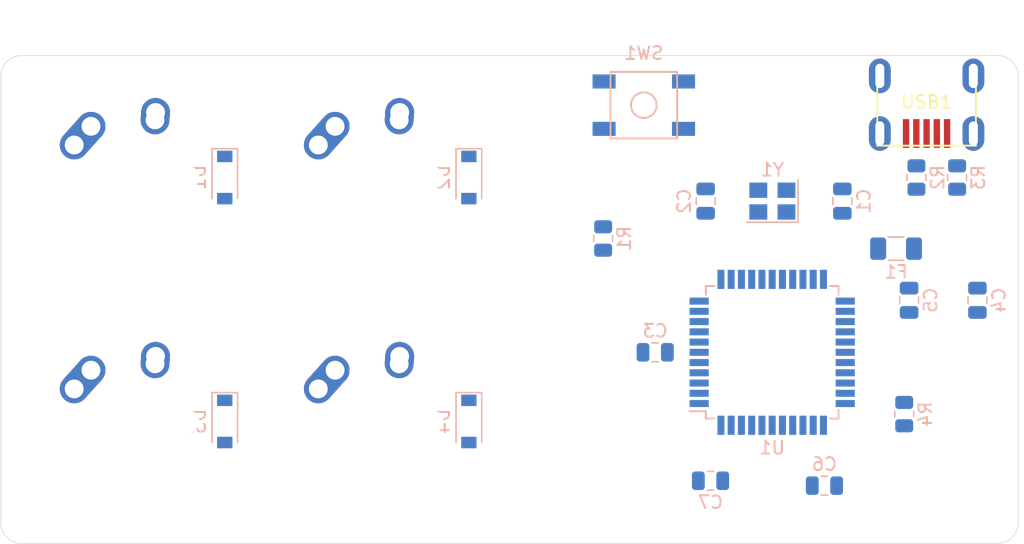
<source format=kicad_pcb>
(kicad_pcb (version 20171130) (host pcbnew "(5.1.10)-1")

  (general
    (thickness 1.6)
    (drawings 8)
    (tracks 0)
    (zones 0)
    (modules 24)
    (nets 49)
  )

  (page A4)
  (layers
    (0 F.Cu signal)
    (31 B.Cu signal)
    (32 B.Adhes user)
    (33 F.Adhes user)
    (34 B.Paste user)
    (35 F.Paste user)
    (36 B.SilkS user)
    (37 F.SilkS user)
    (38 B.Mask user)
    (39 F.Mask user)
    (40 Dwgs.User user)
    (41 Cmts.User user)
    (42 Eco1.User user)
    (43 Eco2.User user)
    (44 Edge.Cuts user)
    (45 Margin user)
    (46 B.CrtYd user)
    (47 F.CrtYd user)
    (48 B.Fab user)
    (49 F.Fab user)
  )

  (setup
    (last_trace_width 0.254)
    (trace_clearance 0.2)
    (zone_clearance 0.508)
    (zone_45_only no)
    (trace_min 0.2)
    (via_size 0.8)
    (via_drill 0.4)
    (via_min_size 0.4)
    (via_min_drill 0.3)
    (uvia_size 0.3)
    (uvia_drill 0.1)
    (uvias_allowed no)
    (uvia_min_size 0.2)
    (uvia_min_drill 0.1)
    (edge_width 0.05)
    (segment_width 0.2)
    (pcb_text_width 0.3)
    (pcb_text_size 1.5 1.5)
    (mod_edge_width 0.12)
    (mod_text_size 1 1)
    (mod_text_width 0.15)
    (pad_size 1.524 1.524)
    (pad_drill 0.762)
    (pad_to_mask_clearance 0)
    (aux_axis_origin 0 0)
    (visible_elements FFFFFF7F)
    (pcbplotparams
      (layerselection 0x010fc_ffffffff)
      (usegerberextensions false)
      (usegerberattributes true)
      (usegerberadvancedattributes true)
      (creategerberjobfile true)
      (excludeedgelayer true)
      (linewidth 0.100000)
      (plotframeref false)
      (viasonmask false)
      (mode 1)
      (useauxorigin false)
      (hpglpennumber 1)
      (hpglpenspeed 20)
      (hpglpendiameter 15.000000)
      (psnegative false)
      (psa4output false)
      (plotreference true)
      (plotvalue true)
      (plotinvisibletext false)
      (padsonsilk false)
      (subtractmaskfromsilk false)
      (outputformat 1)
      (mirror false)
      (drillshape 1)
      (scaleselection 1)
      (outputdirectory ""))
  )

  (net 0 "")
  (net 1 GND)
  (net 2 "Net-(C1-Pad1)")
  (net 3 "Net-(C2-Pad1)")
  (net 4 "Net-(C3-Pad1)")
  (net 5 +5V)
  (net 6 "Net-(D1-Pad2)")
  (net 7 ROW0)
  (net 8 "Net-(D2-Pad2)")
  (net 9 "Net-(D3-Pad2)")
  (net 10 ROW1)
  (net 11 "Net-(D4-Pad2)")
  (net 12 VCC)
  (net 13 COL0)
  (net 14 COL1)
  (net 15 "Net-(R1-Pad2)")
  (net 16 D+)
  (net 17 "Net-(R2-Pad1)")
  (net 18 D-)
  (net 19 "Net-(R3-Pad1)")
  (net 20 "Net-(R4-Pad2)")
  (net 21 "Net-(U1-Pad42)")
  (net 22 "Net-(U1-Pad41)")
  (net 23 "Net-(U1-Pad40)")
  (net 24 "Net-(U1-Pad39)")
  (net 25 "Net-(U1-Pad38)")
  (net 26 "Net-(U1-Pad37)")
  (net 27 "Net-(U1-Pad36)")
  (net 28 "Net-(U1-Pad32)")
  (net 29 "Net-(U1-Pad31)")
  (net 30 "Net-(U1-Pad30)")
  (net 31 "Net-(U1-Pad29)")
  (net 32 "Net-(U1-Pad28)")
  (net 33 "Net-(U1-Pad27)")
  (net 34 "Net-(U1-Pad26)")
  (net 35 "Net-(U1-Pad25)")
  (net 36 "Net-(U1-Pad22)")
  (net 37 "Net-(U1-Pad21)")
  (net 38 "Net-(U1-Pad20)")
  (net 39 "Net-(U1-Pad19)")
  (net 40 "Net-(U1-Pad18)")
  (net 41 "Net-(U1-Pad12)")
  (net 42 "Net-(U1-Pad11)")
  (net 43 "Net-(U1-Pad10)")
  (net 44 "Net-(U1-Pad9)")
  (net 45 "Net-(U1-Pad8)")
  (net 46 "Net-(U1-Pad1)")
  (net 47 "Net-(USB1-Pad6)")
  (net 48 "Net-(USB1-Pad2)")

  (net_class Default "This is the default net class."
    (clearance 0.2)
    (trace_width 0.254)
    (via_dia 0.8)
    (via_drill 0.4)
    (uvia_dia 0.3)
    (uvia_drill 0.1)
    (add_net COL0)
    (add_net COL1)
    (add_net D+)
    (add_net D-)
    (add_net "Net-(C1-Pad1)")
    (add_net "Net-(C2-Pad1)")
    (add_net "Net-(C3-Pad1)")
    (add_net "Net-(D1-Pad2)")
    (add_net "Net-(D2-Pad2)")
    (add_net "Net-(D3-Pad2)")
    (add_net "Net-(D4-Pad2)")
    (add_net "Net-(R1-Pad2)")
    (add_net "Net-(R2-Pad1)")
    (add_net "Net-(R3-Pad1)")
    (add_net "Net-(R4-Pad2)")
    (add_net "Net-(U1-Pad1)")
    (add_net "Net-(U1-Pad10)")
    (add_net "Net-(U1-Pad11)")
    (add_net "Net-(U1-Pad12)")
    (add_net "Net-(U1-Pad18)")
    (add_net "Net-(U1-Pad19)")
    (add_net "Net-(U1-Pad20)")
    (add_net "Net-(U1-Pad21)")
    (add_net "Net-(U1-Pad22)")
    (add_net "Net-(U1-Pad25)")
    (add_net "Net-(U1-Pad26)")
    (add_net "Net-(U1-Pad27)")
    (add_net "Net-(U1-Pad28)")
    (add_net "Net-(U1-Pad29)")
    (add_net "Net-(U1-Pad30)")
    (add_net "Net-(U1-Pad31)")
    (add_net "Net-(U1-Pad32)")
    (add_net "Net-(U1-Pad36)")
    (add_net "Net-(U1-Pad37)")
    (add_net "Net-(U1-Pad38)")
    (add_net "Net-(U1-Pad39)")
    (add_net "Net-(U1-Pad40)")
    (add_net "Net-(U1-Pad41)")
    (add_net "Net-(U1-Pad42)")
    (add_net "Net-(U1-Pad8)")
    (add_net "Net-(U1-Pad9)")
    (add_net "Net-(USB1-Pad2)")
    (add_net "Net-(USB1-Pad6)")
    (add_net ROW0)
    (add_net ROW1)
  )

  (net_class Power ""
    (clearance 0.2)
    (trace_width 0.381)
    (via_dia 0.8)
    (via_drill 0.4)
    (uvia_dia 0.3)
    (uvia_drill 0.1)
    (add_net +5V)
    (add_net GND)
    (add_net VCC)
  )

  (module Crystal:Crystal_SMD_3225-4Pin_3.2x2.5mm (layer B.Cu) (tedit 5A0FD1B2) (tstamp 61A5AD9E)
    (at 91.948 51.054 180)
    (descr "SMD Crystal SERIES SMD3225/4 http://www.txccrystal.com/images/pdf/7m-accuracy.pdf, 3.2x2.5mm^2 package")
    (tags "SMD SMT crystal")
    (path /61A7A964)
    (attr smd)
    (fp_text reference Y1 (at 0 2.45) (layer B.SilkS)
      (effects (font (size 1 1) (thickness 0.15)) (justify mirror))
    )
    (fp_text value 16MHz (at 0 -2.45) (layer B.Fab)
      (effects (font (size 1 1) (thickness 0.15)) (justify mirror))
    )
    (fp_text user %R (at 0 0) (layer B.Fab)
      (effects (font (size 0.7 0.7) (thickness 0.105)) (justify mirror))
    )
    (fp_line (start -1.6 1.25) (end -1.6 -1.25) (layer B.Fab) (width 0.1))
    (fp_line (start -1.6 -1.25) (end 1.6 -1.25) (layer B.Fab) (width 0.1))
    (fp_line (start 1.6 -1.25) (end 1.6 1.25) (layer B.Fab) (width 0.1))
    (fp_line (start 1.6 1.25) (end -1.6 1.25) (layer B.Fab) (width 0.1))
    (fp_line (start -1.6 -0.25) (end -0.6 -1.25) (layer B.Fab) (width 0.1))
    (fp_line (start -2 1.65) (end -2 -1.65) (layer B.SilkS) (width 0.12))
    (fp_line (start -2 -1.65) (end 2 -1.65) (layer B.SilkS) (width 0.12))
    (fp_line (start -2.1 1.7) (end -2.1 -1.7) (layer B.CrtYd) (width 0.05))
    (fp_line (start -2.1 -1.7) (end 2.1 -1.7) (layer B.CrtYd) (width 0.05))
    (fp_line (start 2.1 -1.7) (end 2.1 1.7) (layer B.CrtYd) (width 0.05))
    (fp_line (start 2.1 1.7) (end -2.1 1.7) (layer B.CrtYd) (width 0.05))
    (pad 4 smd rect (at -1.1 0.85 180) (size 1.4 1.2) (layers B.Cu B.Paste B.Mask)
      (net 1 GND))
    (pad 3 smd rect (at 1.1 0.85 180) (size 1.4 1.2) (layers B.Cu B.Paste B.Mask)
      (net 3 "Net-(C2-Pad1)"))
    (pad 2 smd rect (at 1.1 -0.85 180) (size 1.4 1.2) (layers B.Cu B.Paste B.Mask)
      (net 1 GND))
    (pad 1 smd rect (at -1.1 -0.85 180) (size 1.4 1.2) (layers B.Cu B.Paste B.Mask)
      (net 2 "Net-(C1-Pad1)"))
    (model ${KISYS3DMOD}/Crystal.3dshapes/Crystal_SMD_3225-4Pin_3.2x2.5mm.wrl
      (at (xyz 0 0 0))
      (scale (xyz 1 1 1))
      (rotate (xyz 0 0 0))
    )
  )

  (module random-keyboard-parts:Molex-0548190589 (layer F.Cu) (tedit 5C494815) (tstamp 61A5AD8A)
    (at 103.98125 41.275 270)
    (path /61A951FB)
    (attr smd)
    (fp_text reference USB1 (at 2.032 0) (layer F.SilkS)
      (effects (font (size 1 1) (thickness 0.15)))
    )
    (fp_text value Molex-0548190589 (at -5.08 0) (layer Dwgs.User)
      (effects (font (size 1 1) (thickness 0.15)))
    )
    (fp_text user %R (at 2 0) (layer F.CrtYd)
      (effects (font (size 1 1) (thickness 0.15)))
    )
    (fp_line (start -3.75 -3.85) (end -3.75 3.85) (layer Dwgs.User) (width 0.15))
    (fp_line (start -1.75 -4.572) (end -1.75 4.572) (layer Dwgs.User) (width 0.15))
    (fp_line (start -3.75 3.85) (end 0 3.85) (layer Dwgs.User) (width 0.15))
    (fp_line (start -3.75 -3.85) (end 0 -3.85) (layer Dwgs.User) (width 0.15))
    (fp_line (start 5.45 -3.85) (end 5.45 3.85) (layer F.SilkS) (width 0.15))
    (fp_line (start 0 3.85) (end 5.45 3.85) (layer F.SilkS) (width 0.15))
    (fp_line (start 0 -3.85) (end 5.45 -3.85) (layer F.SilkS) (width 0.15))
    (fp_line (start -3.75 -3.75) (end 5.5 -3.75) (layer F.CrtYd) (width 0.15))
    (fp_line (start 5.5 -3.75) (end 5.5 3.75) (layer F.CrtYd) (width 0.15))
    (fp_line (start 5.5 3.75) (end -3.75 3.75) (layer F.CrtYd) (width 0.15))
    (fp_line (start -3.75 3.75) (end -3.75 -3.75) (layer F.CrtYd) (width 0.15))
    (fp_line (start 5.5 -2) (end 3.25 -2) (layer F.CrtYd) (width 0.15))
    (fp_line (start 3.25 -2) (end 3.25 2) (layer F.CrtYd) (width 0.15))
    (fp_line (start 3.25 2) (end 5.5 2) (layer F.CrtYd) (width 0.15))
    (fp_line (start 5.5 1.25) (end 3.25 1.25) (layer F.CrtYd) (width 0.15))
    (fp_line (start 3.25 0.5) (end 5.5 0.5) (layer F.CrtYd) (width 0.15))
    (fp_line (start 5.5 -0.5) (end 3.25 -0.5) (layer F.CrtYd) (width 0.15))
    (fp_line (start 3.25 -1.25) (end 5.5 -1.25) (layer F.CrtYd) (width 0.15))
    (pad 6 thru_hole oval (at 0 -3.65 270) (size 2.7 1.7) (drill oval 1.9 0.7) (layers *.Cu *.Mask)
      (net 47 "Net-(USB1-Pad6)"))
    (pad 6 thru_hole oval (at 0 3.65 270) (size 2.7 1.7) (drill oval 1.9 0.7) (layers *.Cu *.Mask)
      (net 47 "Net-(USB1-Pad6)"))
    (pad 6 thru_hole oval (at 4.5 3.65 270) (size 2.7 1.7) (drill oval 1.9 0.7) (layers *.Cu *.Mask)
      (net 47 "Net-(USB1-Pad6)"))
    (pad 6 thru_hole oval (at 4.5 -3.65 270) (size 2.7 1.7) (drill oval 1.9 0.7) (layers *.Cu *.Mask)
      (net 47 "Net-(USB1-Pad6)"))
    (pad 5 smd rect (at 4.5 -1.6 270) (size 2.25 0.5) (layers F.Cu F.Paste F.Mask)
      (net 12 VCC))
    (pad 4 smd rect (at 4.5 -0.8 270) (size 2.25 0.5) (layers F.Cu F.Paste F.Mask)
      (net 18 D-))
    (pad 3 smd rect (at 4.5 0 270) (size 2.25 0.5) (layers F.Cu F.Paste F.Mask)
      (net 16 D+))
    (pad 2 smd rect (at 4.5 0.8 270) (size 2.25 0.5) (layers F.Cu F.Paste F.Mask)
      (net 48 "Net-(USB1-Pad2)"))
    (pad 1 smd rect (at 4.5 1.6 270) (size 2.25 0.5) (layers F.Cu F.Paste F.Mask)
      (net 1 GND))
  )

  (module Package_QFP:TQFP-44_10x10mm_P0.8mm (layer B.Cu) (tedit 5A02F146) (tstamp 61A5B689)
    (at 91.933 62.865)
    (descr "44-Lead Plastic Thin Quad Flatpack (PT) - 10x10x1.0 mm Body [TQFP] (see Microchip Packaging Specification 00000049BS.pdf)")
    (tags "QFP 0.8")
    (path /61A540A5)
    (attr smd)
    (fp_text reference U1 (at 0 7.45) (layer B.SilkS)
      (effects (font (size 1 1) (thickness 0.15)) (justify mirror))
    )
    (fp_text value ATmega32U4-AU (at 0 -7.45) (layer B.Fab)
      (effects (font (size 1 1) (thickness 0.15)) (justify mirror))
    )
    (fp_text user %R (at 0 0) (layer B.Fab)
      (effects (font (size 1 1) (thickness 0.15)) (justify mirror))
    )
    (fp_line (start -4 5) (end 5 5) (layer B.Fab) (width 0.15))
    (fp_line (start 5 5) (end 5 -5) (layer B.Fab) (width 0.15))
    (fp_line (start 5 -5) (end -5 -5) (layer B.Fab) (width 0.15))
    (fp_line (start -5 -5) (end -5 4) (layer B.Fab) (width 0.15))
    (fp_line (start -5 4) (end -4 5) (layer B.Fab) (width 0.15))
    (fp_line (start -6.7 6.7) (end -6.7 -6.7) (layer B.CrtYd) (width 0.05))
    (fp_line (start 6.7 6.7) (end 6.7 -6.7) (layer B.CrtYd) (width 0.05))
    (fp_line (start -6.7 6.7) (end 6.7 6.7) (layer B.CrtYd) (width 0.05))
    (fp_line (start -6.7 -6.7) (end 6.7 -6.7) (layer B.CrtYd) (width 0.05))
    (fp_line (start -5.175 5.175) (end -5.175 4.6) (layer B.SilkS) (width 0.15))
    (fp_line (start 5.175 5.175) (end 5.175 4.5) (layer B.SilkS) (width 0.15))
    (fp_line (start 5.175 -5.175) (end 5.175 -4.5) (layer B.SilkS) (width 0.15))
    (fp_line (start -5.175 -5.175) (end -5.175 -4.5) (layer B.SilkS) (width 0.15))
    (fp_line (start -5.175 5.175) (end -4.5 5.175) (layer B.SilkS) (width 0.15))
    (fp_line (start -5.175 -5.175) (end -4.5 -5.175) (layer B.SilkS) (width 0.15))
    (fp_line (start 5.175 -5.175) (end 4.5 -5.175) (layer B.SilkS) (width 0.15))
    (fp_line (start 5.175 5.175) (end 4.5 5.175) (layer B.SilkS) (width 0.15))
    (fp_line (start -5.175 4.6) (end -6.45 4.6) (layer B.SilkS) (width 0.15))
    (pad 44 smd rect (at -4 5.7 270) (size 1.5 0.55) (layers B.Cu B.Paste B.Mask)
      (net 5 +5V))
    (pad 43 smd rect (at -3.2 5.7 270) (size 1.5 0.55) (layers B.Cu B.Paste B.Mask)
      (net 1 GND))
    (pad 42 smd rect (at -2.4 5.7 270) (size 1.5 0.55) (layers B.Cu B.Paste B.Mask)
      (net 21 "Net-(U1-Pad42)"))
    (pad 41 smd rect (at -1.6 5.7 270) (size 1.5 0.55) (layers B.Cu B.Paste B.Mask)
      (net 22 "Net-(U1-Pad41)"))
    (pad 40 smd rect (at -0.8 5.7 270) (size 1.5 0.55) (layers B.Cu B.Paste B.Mask)
      (net 23 "Net-(U1-Pad40)"))
    (pad 39 smd rect (at 0 5.7 270) (size 1.5 0.55) (layers B.Cu B.Paste B.Mask)
      (net 24 "Net-(U1-Pad39)"))
    (pad 38 smd rect (at 0.8 5.7 270) (size 1.5 0.55) (layers B.Cu B.Paste B.Mask)
      (net 25 "Net-(U1-Pad38)"))
    (pad 37 smd rect (at 1.6 5.7 270) (size 1.5 0.55) (layers B.Cu B.Paste B.Mask)
      (net 26 "Net-(U1-Pad37)"))
    (pad 36 smd rect (at 2.4 5.7 270) (size 1.5 0.55) (layers B.Cu B.Paste B.Mask)
      (net 27 "Net-(U1-Pad36)"))
    (pad 35 smd rect (at 3.2 5.7 270) (size 1.5 0.55) (layers B.Cu B.Paste B.Mask)
      (net 1 GND))
    (pad 34 smd rect (at 4 5.7 270) (size 1.5 0.55) (layers B.Cu B.Paste B.Mask)
      (net 5 +5V))
    (pad 33 smd rect (at 5.7 4) (size 1.5 0.55) (layers B.Cu B.Paste B.Mask)
      (net 20 "Net-(R4-Pad2)"))
    (pad 32 smd rect (at 5.7 3.2) (size 1.5 0.55) (layers B.Cu B.Paste B.Mask)
      (net 28 "Net-(U1-Pad32)"))
    (pad 31 smd rect (at 5.7 2.4) (size 1.5 0.55) (layers B.Cu B.Paste B.Mask)
      (net 29 "Net-(U1-Pad31)"))
    (pad 30 smd rect (at 5.7 1.6) (size 1.5 0.55) (layers B.Cu B.Paste B.Mask)
      (net 30 "Net-(U1-Pad30)"))
    (pad 29 smd rect (at 5.7 0.8) (size 1.5 0.55) (layers B.Cu B.Paste B.Mask)
      (net 31 "Net-(U1-Pad29)"))
    (pad 28 smd rect (at 5.7 0) (size 1.5 0.55) (layers B.Cu B.Paste B.Mask)
      (net 32 "Net-(U1-Pad28)"))
    (pad 27 smd rect (at 5.7 -0.8) (size 1.5 0.55) (layers B.Cu B.Paste B.Mask)
      (net 33 "Net-(U1-Pad27)"))
    (pad 26 smd rect (at 5.7 -1.6) (size 1.5 0.55) (layers B.Cu B.Paste B.Mask)
      (net 34 "Net-(U1-Pad26)"))
    (pad 25 smd rect (at 5.7 -2.4) (size 1.5 0.55) (layers B.Cu B.Paste B.Mask)
      (net 35 "Net-(U1-Pad25)"))
    (pad 24 smd rect (at 5.7 -3.2) (size 1.5 0.55) (layers B.Cu B.Paste B.Mask)
      (net 5 +5V))
    (pad 23 smd rect (at 5.7 -4) (size 1.5 0.55) (layers B.Cu B.Paste B.Mask)
      (net 1 GND))
    (pad 22 smd rect (at 4 -5.7 270) (size 1.5 0.55) (layers B.Cu B.Paste B.Mask)
      (net 36 "Net-(U1-Pad22)"))
    (pad 21 smd rect (at 3.2 -5.7 270) (size 1.5 0.55) (layers B.Cu B.Paste B.Mask)
      (net 37 "Net-(U1-Pad21)"))
    (pad 20 smd rect (at 2.4 -5.7 270) (size 1.5 0.55) (layers B.Cu B.Paste B.Mask)
      (net 38 "Net-(U1-Pad20)"))
    (pad 19 smd rect (at 1.6 -5.7 270) (size 1.5 0.55) (layers B.Cu B.Paste B.Mask)
      (net 39 "Net-(U1-Pad19)"))
    (pad 18 smd rect (at 0.8 -5.7 270) (size 1.5 0.55) (layers B.Cu B.Paste B.Mask)
      (net 40 "Net-(U1-Pad18)"))
    (pad 17 smd rect (at 0 -5.7 270) (size 1.5 0.55) (layers B.Cu B.Paste B.Mask)
      (net 2 "Net-(C1-Pad1)"))
    (pad 16 smd rect (at -0.8 -5.7 270) (size 1.5 0.55) (layers B.Cu B.Paste B.Mask)
      (net 3 "Net-(C2-Pad1)"))
    (pad 15 smd rect (at -1.6 -5.7 270) (size 1.5 0.55) (layers B.Cu B.Paste B.Mask)
      (net 1 GND))
    (pad 14 smd rect (at -2.4 -5.7 270) (size 1.5 0.55) (layers B.Cu B.Paste B.Mask)
      (net 5 +5V))
    (pad 13 smd rect (at -3.2 -5.7 270) (size 1.5 0.55) (layers B.Cu B.Paste B.Mask)
      (net 15 "Net-(R1-Pad2)"))
    (pad 12 smd rect (at -4 -5.7 270) (size 1.5 0.55) (layers B.Cu B.Paste B.Mask)
      (net 41 "Net-(U1-Pad12)"))
    (pad 11 smd rect (at -5.7 -4) (size 1.5 0.55) (layers B.Cu B.Paste B.Mask)
      (net 42 "Net-(U1-Pad11)"))
    (pad 10 smd rect (at -5.7 -3.2) (size 1.5 0.55) (layers B.Cu B.Paste B.Mask)
      (net 43 "Net-(U1-Pad10)"))
    (pad 9 smd rect (at -5.7 -2.4) (size 1.5 0.55) (layers B.Cu B.Paste B.Mask)
      (net 44 "Net-(U1-Pad9)"))
    (pad 8 smd rect (at -5.7 -1.6) (size 1.5 0.55) (layers B.Cu B.Paste B.Mask)
      (net 45 "Net-(U1-Pad8)"))
    (pad 7 smd rect (at -5.7 -0.8) (size 1.5 0.55) (layers B.Cu B.Paste B.Mask)
      (net 5 +5V))
    (pad 6 smd rect (at -5.7 0) (size 1.5 0.55) (layers B.Cu B.Paste B.Mask)
      (net 4 "Net-(C3-Pad1)"))
    (pad 5 smd rect (at -5.7 0.8) (size 1.5 0.55) (layers B.Cu B.Paste B.Mask)
      (net 1 GND))
    (pad 4 smd rect (at -5.7 1.6) (size 1.5 0.55) (layers B.Cu B.Paste B.Mask)
      (net 17 "Net-(R2-Pad1)"))
    (pad 3 smd rect (at -5.7 2.4) (size 1.5 0.55) (layers B.Cu B.Paste B.Mask)
      (net 19 "Net-(R3-Pad1)"))
    (pad 2 smd rect (at -5.7 3.2) (size 1.5 0.55) (layers B.Cu B.Paste B.Mask)
      (net 5 +5V))
    (pad 1 smd rect (at -5.7 4) (size 1.5 0.55) (layers B.Cu B.Paste B.Mask)
      (net 46 "Net-(U1-Pad1)"))
    (model ${KISYS3DMOD}/Package_QFP.3dshapes/TQFP-44_10x10mm_P0.8mm.wrl
      (at (xyz 0 0 0))
      (scale (xyz 1 1 1))
      (rotate (xyz 0 0 0))
    )
  )

  (module random-keyboard-parts:SKQG-1155865 (layer B.Cu) (tedit 5E62B398) (tstamp 61A5AD27)
    (at 81.915 43.561)
    (path /61A85FF0)
    (attr smd)
    (fp_text reference SW1 (at 0 -4.064 180) (layer B.SilkS)
      (effects (font (size 1 1) (thickness 0.15)) (justify mirror))
    )
    (fp_text value SW_Push (at 0 4.064 180) (layer B.Fab)
      (effects (font (size 1 1) (thickness 0.15)) (justify mirror))
    )
    (fp_line (start -2.6 -1.1) (end -1.1 -2.6) (layer B.Fab) (width 0.15))
    (fp_line (start 2.6 -1.1) (end 1.1 -2.6) (layer B.Fab) (width 0.15))
    (fp_line (start 2.6 1.1) (end 1.1 2.6) (layer B.Fab) (width 0.15))
    (fp_line (start -2.6 1.1) (end -1.1 2.6) (layer B.Fab) (width 0.15))
    (fp_circle (center 0 0) (end 1 0) (layer B.Fab) (width 0.15))
    (fp_line (start -4.2 1.1) (end -4.2 2.6) (layer B.Fab) (width 0.15))
    (fp_line (start -2.6 1.1) (end -4.2 1.1) (layer B.Fab) (width 0.15))
    (fp_line (start -2.6 -1.1) (end -2.6 1.1) (layer B.Fab) (width 0.15))
    (fp_line (start -4.2 -1.1) (end -2.6 -1.1) (layer B.Fab) (width 0.15))
    (fp_line (start -4.2 -2.6) (end -4.2 -1.1) (layer B.Fab) (width 0.15))
    (fp_line (start 4.2 -2.6) (end -4.2 -2.6) (layer B.Fab) (width 0.15))
    (fp_line (start 4.2 -1.1) (end 4.2 -2.6) (layer B.Fab) (width 0.15))
    (fp_line (start 2.6 -1.1) (end 4.2 -1.1) (layer B.Fab) (width 0.15))
    (fp_line (start 2.6 1.1) (end 2.6 -1.1) (layer B.Fab) (width 0.15))
    (fp_line (start 4.2 1.1) (end 2.6 1.1) (layer B.Fab) (width 0.15))
    (fp_line (start 4.2 2.6) (end 4.2 1.2) (layer B.Fab) (width 0.15))
    (fp_line (start -4.2 2.6) (end 4.2 2.6) (layer B.Fab) (width 0.15))
    (fp_circle (center 0 0) (end 1 0) (layer B.SilkS) (width 0.15))
    (fp_line (start -2.6 -2.6) (end -2.6 2.6) (layer B.SilkS) (width 0.15))
    (fp_line (start 2.6 -2.6) (end -2.6 -2.6) (layer B.SilkS) (width 0.15))
    (fp_line (start 2.6 2.6) (end 2.6 -2.6) (layer B.SilkS) (width 0.15))
    (fp_line (start -2.6 2.6) (end 2.6 2.6) (layer B.SilkS) (width 0.15))
    (pad 4 smd rect (at -3.1 -1.85) (size 1.8 1.1) (layers B.Cu B.Paste B.Mask))
    (pad 3 smd rect (at 3.1 1.85) (size 1.8 1.1) (layers B.Cu B.Paste B.Mask))
    (pad 2 smd rect (at -3.1 1.85) (size 1.8 1.1) (layers B.Cu B.Paste B.Mask)
      (net 15 "Net-(R1-Pad2)"))
    (pad 1 smd rect (at 3.1 -1.85) (size 1.8 1.1) (layers B.Cu B.Paste B.Mask)
      (net 1 GND))
    (model ${KISYS3DMOD}/Button_Switch_SMD.3dshapes/SW_SPST_TL3342.step
      (at (xyz 0 0 0))
      (scale (xyz 1 1 1))
      (rotate (xyz 0 0 0))
    )
  )

  (module Resistor_SMD:R_0805_2012Metric (layer B.Cu) (tedit 5F68FEEE) (tstamp 61A5AD09)
    (at 102.235 67.691 90)
    (descr "Resistor SMD 0805 (2012 Metric), square (rectangular) end terminal, IPC_7351 nominal, (Body size source: IPC-SM-782 page 72, https://www.pcb-3d.com/wordpress/wp-content/uploads/ipc-sm-782a_amendment_1_and_2.pdf), generated with kicad-footprint-generator")
    (tags resistor)
    (path /61A59E89)
    (attr smd)
    (fp_text reference R4 (at 0 1.65 90) (layer B.SilkS)
      (effects (font (size 1 1) (thickness 0.15)) (justify mirror))
    )
    (fp_text value 10k (at 0 -1.65 90) (layer B.Fab)
      (effects (font (size 1 1) (thickness 0.15)) (justify mirror))
    )
    (fp_text user %R (at 0 0 90) (layer B.Fab)
      (effects (font (size 0.5 0.5) (thickness 0.08)) (justify mirror))
    )
    (fp_line (start -1 -0.625) (end -1 0.625) (layer B.Fab) (width 0.1))
    (fp_line (start -1 0.625) (end 1 0.625) (layer B.Fab) (width 0.1))
    (fp_line (start 1 0.625) (end 1 -0.625) (layer B.Fab) (width 0.1))
    (fp_line (start 1 -0.625) (end -1 -0.625) (layer B.Fab) (width 0.1))
    (fp_line (start -0.227064 0.735) (end 0.227064 0.735) (layer B.SilkS) (width 0.12))
    (fp_line (start -0.227064 -0.735) (end 0.227064 -0.735) (layer B.SilkS) (width 0.12))
    (fp_line (start -1.68 -0.95) (end -1.68 0.95) (layer B.CrtYd) (width 0.05))
    (fp_line (start -1.68 0.95) (end 1.68 0.95) (layer B.CrtYd) (width 0.05))
    (fp_line (start 1.68 0.95) (end 1.68 -0.95) (layer B.CrtYd) (width 0.05))
    (fp_line (start 1.68 -0.95) (end -1.68 -0.95) (layer B.CrtYd) (width 0.05))
    (pad 2 smd roundrect (at 0.9125 0 90) (size 1.025 1.4) (layers B.Cu B.Paste B.Mask) (roundrect_rratio 0.243902)
      (net 20 "Net-(R4-Pad2)"))
    (pad 1 smd roundrect (at -0.9125 0 90) (size 1.025 1.4) (layers B.Cu B.Paste B.Mask) (roundrect_rratio 0.243902)
      (net 1 GND))
    (model ${KISYS3DMOD}/Resistor_SMD.3dshapes/R_0805_2012Metric.wrl
      (at (xyz 0 0 0))
      (scale (xyz 1 1 1))
      (rotate (xyz 0 0 0))
    )
  )

  (module Resistor_SMD:R_0805_2012Metric (layer B.Cu) (tedit 5F68FEEE) (tstamp 61A5ACF8)
    (at 106.3625 49.2125 90)
    (descr "Resistor SMD 0805 (2012 Metric), square (rectangular) end terminal, IPC_7351 nominal, (Body size source: IPC-SM-782 page 72, https://www.pcb-3d.com/wordpress/wp-content/uploads/ipc-sm-782a_amendment_1_and_2.pdf), generated with kicad-footprint-generator")
    (tags resistor)
    (path /61A5F1CF)
    (attr smd)
    (fp_text reference R3 (at 0 1.65 90) (layer B.SilkS)
      (effects (font (size 1 1) (thickness 0.15)) (justify mirror))
    )
    (fp_text value 22 (at 0 -1.65 90) (layer B.Fab)
      (effects (font (size 1 1) (thickness 0.15)) (justify mirror))
    )
    (fp_text user %R (at 0 0 90) (layer B.Fab)
      (effects (font (size 0.5 0.5) (thickness 0.08)) (justify mirror))
    )
    (fp_line (start -1 -0.625) (end -1 0.625) (layer B.Fab) (width 0.1))
    (fp_line (start -1 0.625) (end 1 0.625) (layer B.Fab) (width 0.1))
    (fp_line (start 1 0.625) (end 1 -0.625) (layer B.Fab) (width 0.1))
    (fp_line (start 1 -0.625) (end -1 -0.625) (layer B.Fab) (width 0.1))
    (fp_line (start -0.227064 0.735) (end 0.227064 0.735) (layer B.SilkS) (width 0.12))
    (fp_line (start -0.227064 -0.735) (end 0.227064 -0.735) (layer B.SilkS) (width 0.12))
    (fp_line (start -1.68 -0.95) (end -1.68 0.95) (layer B.CrtYd) (width 0.05))
    (fp_line (start -1.68 0.95) (end 1.68 0.95) (layer B.CrtYd) (width 0.05))
    (fp_line (start 1.68 0.95) (end 1.68 -0.95) (layer B.CrtYd) (width 0.05))
    (fp_line (start 1.68 -0.95) (end -1.68 -0.95) (layer B.CrtYd) (width 0.05))
    (pad 2 smd roundrect (at 0.9125 0 90) (size 1.025 1.4) (layers B.Cu B.Paste B.Mask) (roundrect_rratio 0.243902)
      (net 18 D-))
    (pad 1 smd roundrect (at -0.9125 0 90) (size 1.025 1.4) (layers B.Cu B.Paste B.Mask) (roundrect_rratio 0.243902)
      (net 19 "Net-(R3-Pad1)"))
    (model ${KISYS3DMOD}/Resistor_SMD.3dshapes/R_0805_2012Metric.wrl
      (at (xyz 0 0 0))
      (scale (xyz 1 1 1))
      (rotate (xyz 0 0 0))
    )
  )

  (module Resistor_SMD:R_0805_2012Metric (layer B.Cu) (tedit 5F68FEEE) (tstamp 61A5ACE7)
    (at 103.1875 49.2125 90)
    (descr "Resistor SMD 0805 (2012 Metric), square (rectangular) end terminal, IPC_7351 nominal, (Body size source: IPC-SM-782 page 72, https://www.pcb-3d.com/wordpress/wp-content/uploads/ipc-sm-782a_amendment_1_and_2.pdf), generated with kicad-footprint-generator")
    (tags resistor)
    (path /61A5E51B)
    (attr smd)
    (fp_text reference R2 (at 0 1.65 90) (layer B.SilkS)
      (effects (font (size 1 1) (thickness 0.15)) (justify mirror))
    )
    (fp_text value 22 (at 0 -1.65 90) (layer B.Fab)
      (effects (font (size 1 1) (thickness 0.15)) (justify mirror))
    )
    (fp_text user %R (at 0 0 90) (layer B.Fab)
      (effects (font (size 0.5 0.5) (thickness 0.08)) (justify mirror))
    )
    (fp_line (start -1 -0.625) (end -1 0.625) (layer B.Fab) (width 0.1))
    (fp_line (start -1 0.625) (end 1 0.625) (layer B.Fab) (width 0.1))
    (fp_line (start 1 0.625) (end 1 -0.625) (layer B.Fab) (width 0.1))
    (fp_line (start 1 -0.625) (end -1 -0.625) (layer B.Fab) (width 0.1))
    (fp_line (start -0.227064 0.735) (end 0.227064 0.735) (layer B.SilkS) (width 0.12))
    (fp_line (start -0.227064 -0.735) (end 0.227064 -0.735) (layer B.SilkS) (width 0.12))
    (fp_line (start -1.68 -0.95) (end -1.68 0.95) (layer B.CrtYd) (width 0.05))
    (fp_line (start -1.68 0.95) (end 1.68 0.95) (layer B.CrtYd) (width 0.05))
    (fp_line (start 1.68 0.95) (end 1.68 -0.95) (layer B.CrtYd) (width 0.05))
    (fp_line (start 1.68 -0.95) (end -1.68 -0.95) (layer B.CrtYd) (width 0.05))
    (pad 2 smd roundrect (at 0.9125 0 90) (size 1.025 1.4) (layers B.Cu B.Paste B.Mask) (roundrect_rratio 0.243902)
      (net 16 D+))
    (pad 1 smd roundrect (at -0.9125 0 90) (size 1.025 1.4) (layers B.Cu B.Paste B.Mask) (roundrect_rratio 0.243902)
      (net 17 "Net-(R2-Pad1)"))
    (model ${KISYS3DMOD}/Resistor_SMD.3dshapes/R_0805_2012Metric.wrl
      (at (xyz 0 0 0))
      (scale (xyz 1 1 1))
      (rotate (xyz 0 0 0))
    )
  )

  (module Resistor_SMD:R_0805_2012Metric (layer B.Cu) (tedit 5F68FEEE) (tstamp 61A5ACD6)
    (at 78.74 53.975 90)
    (descr "Resistor SMD 0805 (2012 Metric), square (rectangular) end terminal, IPC_7351 nominal, (Body size source: IPC-SM-782 page 72, https://www.pcb-3d.com/wordpress/wp-content/uploads/ipc-sm-782a_amendment_1_and_2.pdf), generated with kicad-footprint-generator")
    (tags resistor)
    (path /61A8C499)
    (attr smd)
    (fp_text reference R1 (at 0 1.65 90) (layer B.SilkS)
      (effects (font (size 1 1) (thickness 0.15)) (justify mirror))
    )
    (fp_text value 10k (at 0 -1.65 90) (layer B.Fab)
      (effects (font (size 1 1) (thickness 0.15)) (justify mirror))
    )
    (fp_text user %R (at 0 0 90) (layer B.Fab)
      (effects (font (size 0.5 0.5) (thickness 0.08)) (justify mirror))
    )
    (fp_line (start -1 -0.625) (end -1 0.625) (layer B.Fab) (width 0.1))
    (fp_line (start -1 0.625) (end 1 0.625) (layer B.Fab) (width 0.1))
    (fp_line (start 1 0.625) (end 1 -0.625) (layer B.Fab) (width 0.1))
    (fp_line (start 1 -0.625) (end -1 -0.625) (layer B.Fab) (width 0.1))
    (fp_line (start -0.227064 0.735) (end 0.227064 0.735) (layer B.SilkS) (width 0.12))
    (fp_line (start -0.227064 -0.735) (end 0.227064 -0.735) (layer B.SilkS) (width 0.12))
    (fp_line (start -1.68 -0.95) (end -1.68 0.95) (layer B.CrtYd) (width 0.05))
    (fp_line (start -1.68 0.95) (end 1.68 0.95) (layer B.CrtYd) (width 0.05))
    (fp_line (start 1.68 0.95) (end 1.68 -0.95) (layer B.CrtYd) (width 0.05))
    (fp_line (start 1.68 -0.95) (end -1.68 -0.95) (layer B.CrtYd) (width 0.05))
    (pad 2 smd roundrect (at 0.9125 0 90) (size 1.025 1.4) (layers B.Cu B.Paste B.Mask) (roundrect_rratio 0.243902)
      (net 15 "Net-(R1-Pad2)"))
    (pad 1 smd roundrect (at -0.9125 0 90) (size 1.025 1.4) (layers B.Cu B.Paste B.Mask) (roundrect_rratio 0.243902)
      (net 5 +5V))
    (model ${KISYS3DMOD}/Resistor_SMD.3dshapes/R_0805_2012Metric.wrl
      (at (xyz 0 0 0))
      (scale (xyz 1 1 1))
      (rotate (xyz 0 0 0))
    )
  )

  (module MX_Alps_Hybrid:MX-1U-NoLED (layer F.Cu) (tedit 5A9F5203) (tstamp 61A5ACC5)
    (at 60.325 68.2625)
    (path /61ABD4A1)
    (fp_text reference MX4 (at 0 3.175) (layer Dwgs.User)
      (effects (font (size 1 1) (thickness 0.15)))
    )
    (fp_text value MX-NoLED (at 0 -7.9375) (layer Dwgs.User)
      (effects (font (size 1 1) (thickness 0.15)))
    )
    (fp_line (start 5 -7) (end 7 -7) (layer Dwgs.User) (width 0.15))
    (fp_line (start 7 -7) (end 7 -5) (layer Dwgs.User) (width 0.15))
    (fp_line (start 5 7) (end 7 7) (layer Dwgs.User) (width 0.15))
    (fp_line (start 7 7) (end 7 5) (layer Dwgs.User) (width 0.15))
    (fp_line (start -7 5) (end -7 7) (layer Dwgs.User) (width 0.15))
    (fp_line (start -7 7) (end -5 7) (layer Dwgs.User) (width 0.15))
    (fp_line (start -5 -7) (end -7 -7) (layer Dwgs.User) (width 0.15))
    (fp_line (start -7 -7) (end -7 -5) (layer Dwgs.User) (width 0.15))
    (fp_line (start -9.525 -9.525) (end 9.525 -9.525) (layer Dwgs.User) (width 0.15))
    (fp_line (start 9.525 -9.525) (end 9.525 9.525) (layer Dwgs.User) (width 0.15))
    (fp_line (start 9.525 9.525) (end -9.525 9.525) (layer Dwgs.User) (width 0.15))
    (fp_line (start -9.525 9.525) (end -9.525 -9.525) (layer Dwgs.User) (width 0.15))
    (pad "" np_thru_hole circle (at 5.08 0 48.0996) (size 1.75 1.75) (drill 1.75) (layers *.Cu *.Mask))
    (pad "" np_thru_hole circle (at -5.08 0 48.0996) (size 1.75 1.75) (drill 1.75) (layers *.Cu *.Mask))
    (pad 1 thru_hole circle (at -2.5 -4) (size 2.25 2.25) (drill 1.47) (layers *.Cu B.Mask)
      (net 14 COL1))
    (pad "" np_thru_hole circle (at 0 0) (size 3.9878 3.9878) (drill 3.9878) (layers *.Cu *.Mask))
    (pad 1 thru_hole oval (at -3.81 -2.54 48.0996) (size 4.211556 2.25) (drill 1.47 (offset 0.980778 0)) (layers *.Cu B.Mask)
      (net 14 COL1))
    (pad 2 thru_hole circle (at 2.54 -5.08) (size 2.25 2.25) (drill 1.47) (layers *.Cu B.Mask)
      (net 11 "Net-(D4-Pad2)"))
    (pad 2 thru_hole oval (at 2.5 -4.5 86.0548) (size 2.831378 2.25) (drill 1.47 (offset 0.290689 0)) (layers *.Cu B.Mask)
      (net 11 "Net-(D4-Pad2)"))
  )

  (module MX_Alps_Hybrid:MX-1U-NoLED (layer F.Cu) (tedit 5A9F5203) (tstamp 61A5ACAE)
    (at 41.275 68.2625)
    (path /61ABD48C)
    (fp_text reference MX3 (at 0 3.175) (layer Dwgs.User)
      (effects (font (size 1 1) (thickness 0.15)))
    )
    (fp_text value MX-NoLED (at 0 -7.9375) (layer Dwgs.User)
      (effects (font (size 1 1) (thickness 0.15)))
    )
    (fp_line (start 5 -7) (end 7 -7) (layer Dwgs.User) (width 0.15))
    (fp_line (start 7 -7) (end 7 -5) (layer Dwgs.User) (width 0.15))
    (fp_line (start 5 7) (end 7 7) (layer Dwgs.User) (width 0.15))
    (fp_line (start 7 7) (end 7 5) (layer Dwgs.User) (width 0.15))
    (fp_line (start -7 5) (end -7 7) (layer Dwgs.User) (width 0.15))
    (fp_line (start -7 7) (end -5 7) (layer Dwgs.User) (width 0.15))
    (fp_line (start -5 -7) (end -7 -7) (layer Dwgs.User) (width 0.15))
    (fp_line (start -7 -7) (end -7 -5) (layer Dwgs.User) (width 0.15))
    (fp_line (start -9.525 -9.525) (end 9.525 -9.525) (layer Dwgs.User) (width 0.15))
    (fp_line (start 9.525 -9.525) (end 9.525 9.525) (layer Dwgs.User) (width 0.15))
    (fp_line (start 9.525 9.525) (end -9.525 9.525) (layer Dwgs.User) (width 0.15))
    (fp_line (start -9.525 9.525) (end -9.525 -9.525) (layer Dwgs.User) (width 0.15))
    (pad "" np_thru_hole circle (at 5.08 0 48.0996) (size 1.75 1.75) (drill 1.75) (layers *.Cu *.Mask))
    (pad "" np_thru_hole circle (at -5.08 0 48.0996) (size 1.75 1.75) (drill 1.75) (layers *.Cu *.Mask))
    (pad 1 thru_hole circle (at -2.5 -4) (size 2.25 2.25) (drill 1.47) (layers *.Cu B.Mask)
      (net 13 COL0))
    (pad "" np_thru_hole circle (at 0 0) (size 3.9878 3.9878) (drill 3.9878) (layers *.Cu *.Mask))
    (pad 1 thru_hole oval (at -3.81 -2.54 48.0996) (size 4.211556 2.25) (drill 1.47 (offset 0.980778 0)) (layers *.Cu B.Mask)
      (net 13 COL0))
    (pad 2 thru_hole circle (at 2.54 -5.08) (size 2.25 2.25) (drill 1.47) (layers *.Cu B.Mask)
      (net 9 "Net-(D3-Pad2)"))
    (pad 2 thru_hole oval (at 2.5 -4.5 86.0548) (size 2.831378 2.25) (drill 1.47 (offset 0.290689 0)) (layers *.Cu B.Mask)
      (net 9 "Net-(D3-Pad2)"))
  )

  (module MX_Alps_Hybrid:MX-1U-NoLED (layer F.Cu) (tedit 5A9F5203) (tstamp 61A5AC97)
    (at 60.325 49.2125)
    (path /61AB36CC)
    (fp_text reference MX2 (at 0 3.175) (layer Dwgs.User)
      (effects (font (size 1 1) (thickness 0.15)))
    )
    (fp_text value MX-NoLED (at 0 -7.9375) (layer Dwgs.User)
      (effects (font (size 1 1) (thickness 0.15)))
    )
    (fp_line (start 5 -7) (end 7 -7) (layer Dwgs.User) (width 0.15))
    (fp_line (start 7 -7) (end 7 -5) (layer Dwgs.User) (width 0.15))
    (fp_line (start 5 7) (end 7 7) (layer Dwgs.User) (width 0.15))
    (fp_line (start 7 7) (end 7 5) (layer Dwgs.User) (width 0.15))
    (fp_line (start -7 5) (end -7 7) (layer Dwgs.User) (width 0.15))
    (fp_line (start -7 7) (end -5 7) (layer Dwgs.User) (width 0.15))
    (fp_line (start -5 -7) (end -7 -7) (layer Dwgs.User) (width 0.15))
    (fp_line (start -7 -7) (end -7 -5) (layer Dwgs.User) (width 0.15))
    (fp_line (start -9.525 -9.525) (end 9.525 -9.525) (layer Dwgs.User) (width 0.15))
    (fp_line (start 9.525 -9.525) (end 9.525 9.525) (layer Dwgs.User) (width 0.15))
    (fp_line (start 9.525 9.525) (end -9.525 9.525) (layer Dwgs.User) (width 0.15))
    (fp_line (start -9.525 9.525) (end -9.525 -9.525) (layer Dwgs.User) (width 0.15))
    (pad "" np_thru_hole circle (at 5.08 0 48.0996) (size 1.75 1.75) (drill 1.75) (layers *.Cu *.Mask))
    (pad "" np_thru_hole circle (at -5.08 0 48.0996) (size 1.75 1.75) (drill 1.75) (layers *.Cu *.Mask))
    (pad 1 thru_hole circle (at -2.5 -4) (size 2.25 2.25) (drill 1.47) (layers *.Cu B.Mask)
      (net 14 COL1))
    (pad "" np_thru_hole circle (at 0 0) (size 3.9878 3.9878) (drill 3.9878) (layers *.Cu *.Mask))
    (pad 1 thru_hole oval (at -3.81 -2.54 48.0996) (size 4.211556 2.25) (drill 1.47 (offset 0.980778 0)) (layers *.Cu B.Mask)
      (net 14 COL1))
    (pad 2 thru_hole circle (at 2.54 -5.08) (size 2.25 2.25) (drill 1.47) (layers *.Cu B.Mask)
      (net 8 "Net-(D2-Pad2)"))
    (pad 2 thru_hole oval (at 2.5 -4.5 86.0548) (size 2.831378 2.25) (drill 1.47 (offset 0.290689 0)) (layers *.Cu B.Mask)
      (net 8 "Net-(D2-Pad2)"))
  )

  (module MX_Alps_Hybrid:MX-1U-NoLED (layer F.Cu) (tedit 5A9F5203) (tstamp 61A5AFEB)
    (at 41.275 49.2125)
    (path /61AA2CBA)
    (fp_text reference MX1 (at 0 3.175) (layer Dwgs.User)
      (effects (font (size 1 1) (thickness 0.15)))
    )
    (fp_text value MX-NoLED (at 0 -7.9375) (layer Dwgs.User)
      (effects (font (size 1 1) (thickness 0.15)))
    )
    (fp_line (start 5 -7) (end 7 -7) (layer Dwgs.User) (width 0.15))
    (fp_line (start 7 -7) (end 7 -5) (layer Dwgs.User) (width 0.15))
    (fp_line (start 5 7) (end 7 7) (layer Dwgs.User) (width 0.15))
    (fp_line (start 7 7) (end 7 5) (layer Dwgs.User) (width 0.15))
    (fp_line (start -7 5) (end -7 7) (layer Dwgs.User) (width 0.15))
    (fp_line (start -7 7) (end -5 7) (layer Dwgs.User) (width 0.15))
    (fp_line (start -5 -7) (end -7 -7) (layer Dwgs.User) (width 0.15))
    (fp_line (start -7 -7) (end -7 -5) (layer Dwgs.User) (width 0.15))
    (fp_line (start -9.525 -9.525) (end 9.525 -9.525) (layer Dwgs.User) (width 0.15))
    (fp_line (start 9.525 -9.525) (end 9.525 9.525) (layer Dwgs.User) (width 0.15))
    (fp_line (start 9.525 9.525) (end -9.525 9.525) (layer Dwgs.User) (width 0.15))
    (fp_line (start -9.525 9.525) (end -9.525 -9.525) (layer Dwgs.User) (width 0.15))
    (pad "" np_thru_hole circle (at 5.08 0 48.0996) (size 1.75 1.75) (drill 1.75) (layers *.Cu *.Mask))
    (pad "" np_thru_hole circle (at -5.08 0 48.0996) (size 1.75 1.75) (drill 1.75) (layers *.Cu *.Mask))
    (pad 1 thru_hole circle (at -2.5 -4) (size 2.25 2.25) (drill 1.47) (layers *.Cu B.Mask)
      (net 13 COL0))
    (pad "" np_thru_hole circle (at 0 0) (size 3.9878 3.9878) (drill 3.9878) (layers *.Cu *.Mask))
    (pad 1 thru_hole oval (at -3.81 -2.54 48.0996) (size 4.211556 2.25) (drill 1.47 (offset 0.980778 0)) (layers *.Cu B.Mask)
      (net 13 COL0))
    (pad 2 thru_hole circle (at 2.54 -5.08) (size 2.25 2.25) (drill 1.47) (layers *.Cu B.Mask)
      (net 6 "Net-(D1-Pad2)"))
    (pad 2 thru_hole oval (at 2.5 -4.5 86.0548) (size 2.831378 2.25) (drill 1.47 (offset 0.290689 0)) (layers *.Cu B.Mask)
      (net 6 "Net-(D1-Pad2)"))
  )

  (module Fuse:Fuse_1206_3216Metric (layer B.Cu) (tedit 5F68FEF1) (tstamp 61A5AC69)
    (at 101.6 54.76875)
    (descr "Fuse SMD 1206 (3216 Metric), square (rectangular) end terminal, IPC_7351 nominal, (Body size source: http://www.tortai-tech.com/upload/download/2011102023233369053.pdf), generated with kicad-footprint-generator")
    (tags fuse)
    (path /61A98525)
    (attr smd)
    (fp_text reference F1 (at 0 1.82) (layer B.SilkS)
      (effects (font (size 1 1) (thickness 0.15)) (justify mirror))
    )
    (fp_text value 500mA (at 0 -1.82) (layer B.Fab)
      (effects (font (size 1 1) (thickness 0.15)) (justify mirror))
    )
    (fp_text user %R (at 0 0) (layer B.Fab)
      (effects (font (size 0.8 0.8) (thickness 0.12)) (justify mirror))
    )
    (fp_line (start -1.6 -0.8) (end -1.6 0.8) (layer B.Fab) (width 0.1))
    (fp_line (start -1.6 0.8) (end 1.6 0.8) (layer B.Fab) (width 0.1))
    (fp_line (start 1.6 0.8) (end 1.6 -0.8) (layer B.Fab) (width 0.1))
    (fp_line (start 1.6 -0.8) (end -1.6 -0.8) (layer B.Fab) (width 0.1))
    (fp_line (start -0.602064 0.91) (end 0.602064 0.91) (layer B.SilkS) (width 0.12))
    (fp_line (start -0.602064 -0.91) (end 0.602064 -0.91) (layer B.SilkS) (width 0.12))
    (fp_line (start -2.28 -1.12) (end -2.28 1.12) (layer B.CrtYd) (width 0.05))
    (fp_line (start -2.28 1.12) (end 2.28 1.12) (layer B.CrtYd) (width 0.05))
    (fp_line (start 2.28 1.12) (end 2.28 -1.12) (layer B.CrtYd) (width 0.05))
    (fp_line (start 2.28 -1.12) (end -2.28 -1.12) (layer B.CrtYd) (width 0.05))
    (pad 2 smd roundrect (at 1.4 0) (size 1.25 1.75) (layers B.Cu B.Paste B.Mask) (roundrect_rratio 0.2)
      (net 12 VCC))
    (pad 1 smd roundrect (at -1.4 0) (size 1.25 1.75) (layers B.Cu B.Paste B.Mask) (roundrect_rratio 0.2)
      (net 5 +5V))
    (model ${KISYS3DMOD}/Fuse.3dshapes/Fuse_1206_3216Metric.wrl
      (at (xyz 0 0 0))
      (scale (xyz 1 1 1))
      (rotate (xyz 0 0 0))
    )
  )

  (module Diode_SMD:D_SOD-123 (layer B.Cu) (tedit 58645DC7) (tstamp 61A5AC58)
    (at 68.2625 68.2625 270)
    (descr SOD-123)
    (tags SOD-123)
    (path /61ABD4AB)
    (attr smd)
    (fp_text reference D4 (at 0 2 270) (layer B.SilkS)
      (effects (font (size 1 1) (thickness 0.15)) (justify mirror))
    )
    (fp_text value D_Small (at 0 -2.1 270) (layer B.Fab)
      (effects (font (size 1 1) (thickness 0.15)) (justify mirror))
    )
    (fp_text user %R (at 0 2 270) (layer B.Fab)
      (effects (font (size 1 1) (thickness 0.15)) (justify mirror))
    )
    (fp_line (start -2.25 1) (end -2.25 -1) (layer B.SilkS) (width 0.12))
    (fp_line (start 0.25 0) (end 0.75 0) (layer B.Fab) (width 0.1))
    (fp_line (start 0.25 -0.4) (end -0.35 0) (layer B.Fab) (width 0.1))
    (fp_line (start 0.25 0.4) (end 0.25 -0.4) (layer B.Fab) (width 0.1))
    (fp_line (start -0.35 0) (end 0.25 0.4) (layer B.Fab) (width 0.1))
    (fp_line (start -0.35 0) (end -0.35 -0.55) (layer B.Fab) (width 0.1))
    (fp_line (start -0.35 0) (end -0.35 0.55) (layer B.Fab) (width 0.1))
    (fp_line (start -0.75 0) (end -0.35 0) (layer B.Fab) (width 0.1))
    (fp_line (start -1.4 -0.9) (end -1.4 0.9) (layer B.Fab) (width 0.1))
    (fp_line (start 1.4 -0.9) (end -1.4 -0.9) (layer B.Fab) (width 0.1))
    (fp_line (start 1.4 0.9) (end 1.4 -0.9) (layer B.Fab) (width 0.1))
    (fp_line (start -1.4 0.9) (end 1.4 0.9) (layer B.Fab) (width 0.1))
    (fp_line (start -2.35 1.15) (end 2.35 1.15) (layer B.CrtYd) (width 0.05))
    (fp_line (start 2.35 1.15) (end 2.35 -1.15) (layer B.CrtYd) (width 0.05))
    (fp_line (start 2.35 -1.15) (end -2.35 -1.15) (layer B.CrtYd) (width 0.05))
    (fp_line (start -2.35 1.15) (end -2.35 -1.15) (layer B.CrtYd) (width 0.05))
    (fp_line (start -2.25 -1) (end 1.65 -1) (layer B.SilkS) (width 0.12))
    (fp_line (start -2.25 1) (end 1.65 1) (layer B.SilkS) (width 0.12))
    (pad 2 smd rect (at 1.65 0 270) (size 0.9 1.2) (layers B.Cu B.Paste B.Mask)
      (net 11 "Net-(D4-Pad2)"))
    (pad 1 smd rect (at -1.65 0 270) (size 0.9 1.2) (layers B.Cu B.Paste B.Mask)
      (net 10 ROW1))
    (model ${KISYS3DMOD}/Diode_SMD.3dshapes/D_SOD-123.wrl
      (at (xyz 0 0 0))
      (scale (xyz 1 1 1))
      (rotate (xyz 0 0 0))
    )
  )

  (module Diode_SMD:D_SOD-123 (layer B.Cu) (tedit 58645DC7) (tstamp 61A5AC3F)
    (at 49.2125 68.2625 270)
    (descr SOD-123)
    (tags SOD-123)
    (path /61ABD496)
    (attr smd)
    (fp_text reference D3 (at 0 2 270) (layer B.SilkS)
      (effects (font (size 1 1) (thickness 0.15)) (justify mirror))
    )
    (fp_text value D_Small (at 0 -2.1 270) (layer B.Fab)
      (effects (font (size 1 1) (thickness 0.15)) (justify mirror))
    )
    (fp_text user %R (at 0 2 270) (layer B.Fab)
      (effects (font (size 1 1) (thickness 0.15)) (justify mirror))
    )
    (fp_line (start -2.25 1) (end -2.25 -1) (layer B.SilkS) (width 0.12))
    (fp_line (start 0.25 0) (end 0.75 0) (layer B.Fab) (width 0.1))
    (fp_line (start 0.25 -0.4) (end -0.35 0) (layer B.Fab) (width 0.1))
    (fp_line (start 0.25 0.4) (end 0.25 -0.4) (layer B.Fab) (width 0.1))
    (fp_line (start -0.35 0) (end 0.25 0.4) (layer B.Fab) (width 0.1))
    (fp_line (start -0.35 0) (end -0.35 -0.55) (layer B.Fab) (width 0.1))
    (fp_line (start -0.35 0) (end -0.35 0.55) (layer B.Fab) (width 0.1))
    (fp_line (start -0.75 0) (end -0.35 0) (layer B.Fab) (width 0.1))
    (fp_line (start -1.4 -0.9) (end -1.4 0.9) (layer B.Fab) (width 0.1))
    (fp_line (start 1.4 -0.9) (end -1.4 -0.9) (layer B.Fab) (width 0.1))
    (fp_line (start 1.4 0.9) (end 1.4 -0.9) (layer B.Fab) (width 0.1))
    (fp_line (start -1.4 0.9) (end 1.4 0.9) (layer B.Fab) (width 0.1))
    (fp_line (start -2.35 1.15) (end 2.35 1.15) (layer B.CrtYd) (width 0.05))
    (fp_line (start 2.35 1.15) (end 2.35 -1.15) (layer B.CrtYd) (width 0.05))
    (fp_line (start 2.35 -1.15) (end -2.35 -1.15) (layer B.CrtYd) (width 0.05))
    (fp_line (start -2.35 1.15) (end -2.35 -1.15) (layer B.CrtYd) (width 0.05))
    (fp_line (start -2.25 -1) (end 1.65 -1) (layer B.SilkS) (width 0.12))
    (fp_line (start -2.25 1) (end 1.65 1) (layer B.SilkS) (width 0.12))
    (pad 2 smd rect (at 1.65 0 270) (size 0.9 1.2) (layers B.Cu B.Paste B.Mask)
      (net 9 "Net-(D3-Pad2)"))
    (pad 1 smd rect (at -1.65 0 270) (size 0.9 1.2) (layers B.Cu B.Paste B.Mask)
      (net 10 ROW1))
    (model ${KISYS3DMOD}/Diode_SMD.3dshapes/D_SOD-123.wrl
      (at (xyz 0 0 0))
      (scale (xyz 1 1 1))
      (rotate (xyz 0 0 0))
    )
  )

  (module Diode_SMD:D_SOD-123 (layer B.Cu) (tedit 58645DC7) (tstamp 61A5AC26)
    (at 68.2625 49.2125 270)
    (descr SOD-123)
    (tags SOD-123)
    (path /61AB36E6)
    (attr smd)
    (fp_text reference D2 (at 0 2 270) (layer B.SilkS)
      (effects (font (size 1 1) (thickness 0.15)) (justify mirror))
    )
    (fp_text value D_Small (at 0 -2.1 270) (layer B.Fab)
      (effects (font (size 1 1) (thickness 0.15)) (justify mirror))
    )
    (fp_text user %R (at 0 2 270) (layer B.Fab)
      (effects (font (size 1 1) (thickness 0.15)) (justify mirror))
    )
    (fp_line (start -2.25 1) (end -2.25 -1) (layer B.SilkS) (width 0.12))
    (fp_line (start 0.25 0) (end 0.75 0) (layer B.Fab) (width 0.1))
    (fp_line (start 0.25 -0.4) (end -0.35 0) (layer B.Fab) (width 0.1))
    (fp_line (start 0.25 0.4) (end 0.25 -0.4) (layer B.Fab) (width 0.1))
    (fp_line (start -0.35 0) (end 0.25 0.4) (layer B.Fab) (width 0.1))
    (fp_line (start -0.35 0) (end -0.35 -0.55) (layer B.Fab) (width 0.1))
    (fp_line (start -0.35 0) (end -0.35 0.55) (layer B.Fab) (width 0.1))
    (fp_line (start -0.75 0) (end -0.35 0) (layer B.Fab) (width 0.1))
    (fp_line (start -1.4 -0.9) (end -1.4 0.9) (layer B.Fab) (width 0.1))
    (fp_line (start 1.4 -0.9) (end -1.4 -0.9) (layer B.Fab) (width 0.1))
    (fp_line (start 1.4 0.9) (end 1.4 -0.9) (layer B.Fab) (width 0.1))
    (fp_line (start -1.4 0.9) (end 1.4 0.9) (layer B.Fab) (width 0.1))
    (fp_line (start -2.35 1.15) (end 2.35 1.15) (layer B.CrtYd) (width 0.05))
    (fp_line (start 2.35 1.15) (end 2.35 -1.15) (layer B.CrtYd) (width 0.05))
    (fp_line (start 2.35 -1.15) (end -2.35 -1.15) (layer B.CrtYd) (width 0.05))
    (fp_line (start -2.35 1.15) (end -2.35 -1.15) (layer B.CrtYd) (width 0.05))
    (fp_line (start -2.25 -1) (end 1.65 -1) (layer B.SilkS) (width 0.12))
    (fp_line (start -2.25 1) (end 1.65 1) (layer B.SilkS) (width 0.12))
    (pad 2 smd rect (at 1.65 0 270) (size 0.9 1.2) (layers B.Cu B.Paste B.Mask)
      (net 8 "Net-(D2-Pad2)"))
    (pad 1 smd rect (at -1.65 0 270) (size 0.9 1.2) (layers B.Cu B.Paste B.Mask)
      (net 7 ROW0))
    (model ${KISYS3DMOD}/Diode_SMD.3dshapes/D_SOD-123.wrl
      (at (xyz 0 0 0))
      (scale (xyz 1 1 1))
      (rotate (xyz 0 0 0))
    )
  )

  (module Diode_SMD:D_SOD-123 (layer B.Cu) (tedit 58645DC7) (tstamp 61A5AC0D)
    (at 49.2125 49.2125 270)
    (descr SOD-123)
    (tags SOD-123)
    (path /61AA3F6C)
    (attr smd)
    (fp_text reference D1 (at 0 2 270) (layer B.SilkS)
      (effects (font (size 1 1) (thickness 0.15)) (justify mirror))
    )
    (fp_text value D_Small (at 0 -2.1 270) (layer B.Fab)
      (effects (font (size 1 1) (thickness 0.15)) (justify mirror))
    )
    (fp_text user %R (at 0 2 270) (layer B.Fab)
      (effects (font (size 1 1) (thickness 0.15)) (justify mirror))
    )
    (fp_line (start -2.25 1) (end -2.25 -1) (layer B.SilkS) (width 0.12))
    (fp_line (start 0.25 0) (end 0.75 0) (layer B.Fab) (width 0.1))
    (fp_line (start 0.25 -0.4) (end -0.35 0) (layer B.Fab) (width 0.1))
    (fp_line (start 0.25 0.4) (end 0.25 -0.4) (layer B.Fab) (width 0.1))
    (fp_line (start -0.35 0) (end 0.25 0.4) (layer B.Fab) (width 0.1))
    (fp_line (start -0.35 0) (end -0.35 -0.55) (layer B.Fab) (width 0.1))
    (fp_line (start -0.35 0) (end -0.35 0.55) (layer B.Fab) (width 0.1))
    (fp_line (start -0.75 0) (end -0.35 0) (layer B.Fab) (width 0.1))
    (fp_line (start -1.4 -0.9) (end -1.4 0.9) (layer B.Fab) (width 0.1))
    (fp_line (start 1.4 -0.9) (end -1.4 -0.9) (layer B.Fab) (width 0.1))
    (fp_line (start 1.4 0.9) (end 1.4 -0.9) (layer B.Fab) (width 0.1))
    (fp_line (start -1.4 0.9) (end 1.4 0.9) (layer B.Fab) (width 0.1))
    (fp_line (start -2.35 1.15) (end 2.35 1.15) (layer B.CrtYd) (width 0.05))
    (fp_line (start 2.35 1.15) (end 2.35 -1.15) (layer B.CrtYd) (width 0.05))
    (fp_line (start 2.35 -1.15) (end -2.35 -1.15) (layer B.CrtYd) (width 0.05))
    (fp_line (start -2.35 1.15) (end -2.35 -1.15) (layer B.CrtYd) (width 0.05))
    (fp_line (start -2.25 -1) (end 1.65 -1) (layer B.SilkS) (width 0.12))
    (fp_line (start -2.25 1) (end 1.65 1) (layer B.SilkS) (width 0.12))
    (pad 2 smd rect (at 1.65 0 270) (size 0.9 1.2) (layers B.Cu B.Paste B.Mask)
      (net 6 "Net-(D1-Pad2)"))
    (pad 1 smd rect (at -1.65 0 270) (size 0.9 1.2) (layers B.Cu B.Paste B.Mask)
      (net 7 ROW0))
    (model ${KISYS3DMOD}/Diode_SMD.3dshapes/D_SOD-123.wrl
      (at (xyz 0 0 0))
      (scale (xyz 1 1 1))
      (rotate (xyz 0 0 0))
    )
  )

  (module Capacitor_SMD:C_0805_2012Metric (layer B.Cu) (tedit 5F68FEEE) (tstamp 61A5C22E)
    (at 87.122 72.898)
    (descr "Capacitor SMD 0805 (2012 Metric), square (rectangular) end terminal, IPC_7351 nominal, (Body size source: IPC-SM-782 page 76, https://www.pcb-3d.com/wordpress/wp-content/uploads/ipc-sm-782a_amendment_1_and_2.pdf, https://docs.google.com/spreadsheets/d/1BsfQQcO9C6DZCsRaXUlFlo91Tg2WpOkGARC1WS5S8t0/edit?usp=sharing), generated with kicad-footprint-generator")
    (tags capacitor)
    (path /61A72E46)
    (attr smd)
    (fp_text reference C7 (at 0 1.68) (layer B.SilkS)
      (effects (font (size 1 1) (thickness 0.15)) (justify mirror))
    )
    (fp_text value 10uF (at 0 -1.68) (layer B.Fab)
      (effects (font (size 1 1) (thickness 0.15)) (justify mirror))
    )
    (fp_text user %R (at 0 0) (layer B.Fab)
      (effects (font (size 0.5 0.5) (thickness 0.08)) (justify mirror))
    )
    (fp_line (start -1 -0.625) (end -1 0.625) (layer B.Fab) (width 0.1))
    (fp_line (start -1 0.625) (end 1 0.625) (layer B.Fab) (width 0.1))
    (fp_line (start 1 0.625) (end 1 -0.625) (layer B.Fab) (width 0.1))
    (fp_line (start 1 -0.625) (end -1 -0.625) (layer B.Fab) (width 0.1))
    (fp_line (start -0.261252 0.735) (end 0.261252 0.735) (layer B.SilkS) (width 0.12))
    (fp_line (start -0.261252 -0.735) (end 0.261252 -0.735) (layer B.SilkS) (width 0.12))
    (fp_line (start -1.7 -0.98) (end -1.7 0.98) (layer B.CrtYd) (width 0.05))
    (fp_line (start -1.7 0.98) (end 1.7 0.98) (layer B.CrtYd) (width 0.05))
    (fp_line (start 1.7 0.98) (end 1.7 -0.98) (layer B.CrtYd) (width 0.05))
    (fp_line (start 1.7 -0.98) (end -1.7 -0.98) (layer B.CrtYd) (width 0.05))
    (pad 2 smd roundrect (at 0.95 0) (size 1 1.45) (layers B.Cu B.Paste B.Mask) (roundrect_rratio 0.25)
      (net 1 GND))
    (pad 1 smd roundrect (at -0.95 0) (size 1 1.45) (layers B.Cu B.Paste B.Mask) (roundrect_rratio 0.25)
      (net 5 +5V))
    (model ${KISYS3DMOD}/Capacitor_SMD.3dshapes/C_0805_2012Metric.wrl
      (at (xyz 0 0 0))
      (scale (xyz 1 1 1))
      (rotate (xyz 0 0 0))
    )
  )

  (module Capacitor_SMD:C_0805_2012Metric (layer B.Cu) (tedit 5F68FEEE) (tstamp 61A5ABE3)
    (at 96.012 73.279 180)
    (descr "Capacitor SMD 0805 (2012 Metric), square (rectangular) end terminal, IPC_7351 nominal, (Body size source: IPC-SM-782 page 76, https://www.pcb-3d.com/wordpress/wp-content/uploads/ipc-sm-782a_amendment_1_and_2.pdf, https://docs.google.com/spreadsheets/d/1BsfQQcO9C6DZCsRaXUlFlo91Tg2WpOkGARC1WS5S8t0/edit?usp=sharing), generated with kicad-footprint-generator")
    (tags capacitor)
    (path /61A6D6D9)
    (attr smd)
    (fp_text reference C6 (at 0 1.68) (layer B.SilkS)
      (effects (font (size 1 1) (thickness 0.15)) (justify mirror))
    )
    (fp_text value 1uF (at 0 -1.68) (layer B.Fab)
      (effects (font (size 1 1) (thickness 0.15)) (justify mirror))
    )
    (fp_text user %R (at 0 0) (layer B.Fab)
      (effects (font (size 0.5 0.5) (thickness 0.08)) (justify mirror))
    )
    (fp_line (start -1 -0.625) (end -1 0.625) (layer B.Fab) (width 0.1))
    (fp_line (start -1 0.625) (end 1 0.625) (layer B.Fab) (width 0.1))
    (fp_line (start 1 0.625) (end 1 -0.625) (layer B.Fab) (width 0.1))
    (fp_line (start 1 -0.625) (end -1 -0.625) (layer B.Fab) (width 0.1))
    (fp_line (start -0.261252 0.735) (end 0.261252 0.735) (layer B.SilkS) (width 0.12))
    (fp_line (start -0.261252 -0.735) (end 0.261252 -0.735) (layer B.SilkS) (width 0.12))
    (fp_line (start -1.7 -0.98) (end -1.7 0.98) (layer B.CrtYd) (width 0.05))
    (fp_line (start -1.7 0.98) (end 1.7 0.98) (layer B.CrtYd) (width 0.05))
    (fp_line (start 1.7 0.98) (end 1.7 -0.98) (layer B.CrtYd) (width 0.05))
    (fp_line (start 1.7 -0.98) (end -1.7 -0.98) (layer B.CrtYd) (width 0.05))
    (pad 2 smd roundrect (at 0.95 0 180) (size 1 1.45) (layers B.Cu B.Paste B.Mask) (roundrect_rratio 0.25)
      (net 1 GND))
    (pad 1 smd roundrect (at -0.95 0 180) (size 1 1.45) (layers B.Cu B.Paste B.Mask) (roundrect_rratio 0.25)
      (net 5 +5V))
    (model ${KISYS3DMOD}/Capacitor_SMD.3dshapes/C_0805_2012Metric.wrl
      (at (xyz 0 0 0))
      (scale (xyz 1 1 1))
      (rotate (xyz 0 0 0))
    )
  )

  (module Capacitor_SMD:C_0805_2012Metric (layer B.Cu) (tedit 5F68FEEE) (tstamp 61A5ABD2)
    (at 102.616 58.801 90)
    (descr "Capacitor SMD 0805 (2012 Metric), square (rectangular) end terminal, IPC_7351 nominal, (Body size source: IPC-SM-782 page 76, https://www.pcb-3d.com/wordpress/wp-content/uploads/ipc-sm-782a_amendment_1_and_2.pdf, https://docs.google.com/spreadsheets/d/1BsfQQcO9C6DZCsRaXUlFlo91Tg2WpOkGARC1WS5S8t0/edit?usp=sharing), generated with kicad-footprint-generator")
    (tags capacitor)
    (path /61A6D107)
    (attr smd)
    (fp_text reference C5 (at 0 1.68 90) (layer B.SilkS)
      (effects (font (size 1 1) (thickness 0.15)) (justify mirror))
    )
    (fp_text value 1uF (at 0 -1.68 90) (layer B.Fab)
      (effects (font (size 1 1) (thickness 0.15)) (justify mirror))
    )
    (fp_text user %R (at 0 0 90) (layer B.Fab)
      (effects (font (size 0.5 0.5) (thickness 0.08)) (justify mirror))
    )
    (fp_line (start -1 -0.625) (end -1 0.625) (layer B.Fab) (width 0.1))
    (fp_line (start -1 0.625) (end 1 0.625) (layer B.Fab) (width 0.1))
    (fp_line (start 1 0.625) (end 1 -0.625) (layer B.Fab) (width 0.1))
    (fp_line (start 1 -0.625) (end -1 -0.625) (layer B.Fab) (width 0.1))
    (fp_line (start -0.261252 0.735) (end 0.261252 0.735) (layer B.SilkS) (width 0.12))
    (fp_line (start -0.261252 -0.735) (end 0.261252 -0.735) (layer B.SilkS) (width 0.12))
    (fp_line (start -1.7 -0.98) (end -1.7 0.98) (layer B.CrtYd) (width 0.05))
    (fp_line (start -1.7 0.98) (end 1.7 0.98) (layer B.CrtYd) (width 0.05))
    (fp_line (start 1.7 0.98) (end 1.7 -0.98) (layer B.CrtYd) (width 0.05))
    (fp_line (start 1.7 -0.98) (end -1.7 -0.98) (layer B.CrtYd) (width 0.05))
    (pad 2 smd roundrect (at 0.95 0 90) (size 1 1.45) (layers B.Cu B.Paste B.Mask) (roundrect_rratio 0.25)
      (net 1 GND))
    (pad 1 smd roundrect (at -0.95 0 90) (size 1 1.45) (layers B.Cu B.Paste B.Mask) (roundrect_rratio 0.25)
      (net 5 +5V))
    (model ${KISYS3DMOD}/Capacitor_SMD.3dshapes/C_0805_2012Metric.wrl
      (at (xyz 0 0 0))
      (scale (xyz 1 1 1))
      (rotate (xyz 0 0 0))
    )
  )

  (module Capacitor_SMD:C_0805_2012Metric (layer B.Cu) (tedit 5F68FEEE) (tstamp 61A5ABC1)
    (at 107.95 58.801 90)
    (descr "Capacitor SMD 0805 (2012 Metric), square (rectangular) end terminal, IPC_7351 nominal, (Body size source: IPC-SM-782 page 76, https://www.pcb-3d.com/wordpress/wp-content/uploads/ipc-sm-782a_amendment_1_and_2.pdf, https://docs.google.com/spreadsheets/d/1BsfQQcO9C6DZCsRaXUlFlo91Tg2WpOkGARC1WS5S8t0/edit?usp=sharing), generated with kicad-footprint-generator")
    (tags capacitor)
    (path /61A6AB51)
    (attr smd)
    (fp_text reference C4 (at 0 1.68 90) (layer B.SilkS)
      (effects (font (size 1 1) (thickness 0.15)) (justify mirror))
    )
    (fp_text value 1uF (at 0 -1.68 90) (layer B.Fab)
      (effects (font (size 1 1) (thickness 0.15)) (justify mirror))
    )
    (fp_text user %R (at 0 0 90) (layer B.Fab)
      (effects (font (size 0.5 0.5) (thickness 0.08)) (justify mirror))
    )
    (fp_line (start -1 -0.625) (end -1 0.625) (layer B.Fab) (width 0.1))
    (fp_line (start -1 0.625) (end 1 0.625) (layer B.Fab) (width 0.1))
    (fp_line (start 1 0.625) (end 1 -0.625) (layer B.Fab) (width 0.1))
    (fp_line (start 1 -0.625) (end -1 -0.625) (layer B.Fab) (width 0.1))
    (fp_line (start -0.261252 0.735) (end 0.261252 0.735) (layer B.SilkS) (width 0.12))
    (fp_line (start -0.261252 -0.735) (end 0.261252 -0.735) (layer B.SilkS) (width 0.12))
    (fp_line (start -1.7 -0.98) (end -1.7 0.98) (layer B.CrtYd) (width 0.05))
    (fp_line (start -1.7 0.98) (end 1.7 0.98) (layer B.CrtYd) (width 0.05))
    (fp_line (start 1.7 0.98) (end 1.7 -0.98) (layer B.CrtYd) (width 0.05))
    (fp_line (start 1.7 -0.98) (end -1.7 -0.98) (layer B.CrtYd) (width 0.05))
    (pad 2 smd roundrect (at 0.95 0 90) (size 1 1.45) (layers B.Cu B.Paste B.Mask) (roundrect_rratio 0.25)
      (net 1 GND))
    (pad 1 smd roundrect (at -0.95 0 90) (size 1 1.45) (layers B.Cu B.Paste B.Mask) (roundrect_rratio 0.25)
      (net 5 +5V))
    (model ${KISYS3DMOD}/Capacitor_SMD.3dshapes/C_0805_2012Metric.wrl
      (at (xyz 0 0 0))
      (scale (xyz 1 1 1))
      (rotate (xyz 0 0 0))
    )
  )

  (module Capacitor_SMD:C_0805_2012Metric (layer B.Cu) (tedit 5F68FEEE) (tstamp 61A5ABB0)
    (at 82.804 62.865 180)
    (descr "Capacitor SMD 0805 (2012 Metric), square (rectangular) end terminal, IPC_7351 nominal, (Body size source: IPC-SM-782 page 76, https://www.pcb-3d.com/wordpress/wp-content/uploads/ipc-sm-782a_amendment_1_and_2.pdf, https://docs.google.com/spreadsheets/d/1BsfQQcO9C6DZCsRaXUlFlo91Tg2WpOkGARC1WS5S8t0/edit?usp=sharing), generated with kicad-footprint-generator")
    (tags capacitor)
    (path /61A63E4F)
    (attr smd)
    (fp_text reference C3 (at 0 1.68) (layer B.SilkS)
      (effects (font (size 1 1) (thickness 0.15)) (justify mirror))
    )
    (fp_text value 1uF (at 0 -1.68) (layer B.Fab)
      (effects (font (size 1 1) (thickness 0.15)) (justify mirror))
    )
    (fp_text user %R (at 0 0) (layer B.Fab)
      (effects (font (size 0.5 0.5) (thickness 0.08)) (justify mirror))
    )
    (fp_line (start -1 -0.625) (end -1 0.625) (layer B.Fab) (width 0.1))
    (fp_line (start -1 0.625) (end 1 0.625) (layer B.Fab) (width 0.1))
    (fp_line (start 1 0.625) (end 1 -0.625) (layer B.Fab) (width 0.1))
    (fp_line (start 1 -0.625) (end -1 -0.625) (layer B.Fab) (width 0.1))
    (fp_line (start -0.261252 0.735) (end 0.261252 0.735) (layer B.SilkS) (width 0.12))
    (fp_line (start -0.261252 -0.735) (end 0.261252 -0.735) (layer B.SilkS) (width 0.12))
    (fp_line (start -1.7 -0.98) (end -1.7 0.98) (layer B.CrtYd) (width 0.05))
    (fp_line (start -1.7 0.98) (end 1.7 0.98) (layer B.CrtYd) (width 0.05))
    (fp_line (start 1.7 0.98) (end 1.7 -0.98) (layer B.CrtYd) (width 0.05))
    (fp_line (start 1.7 -0.98) (end -1.7 -0.98) (layer B.CrtYd) (width 0.05))
    (pad 2 smd roundrect (at 0.95 0 180) (size 1 1.45) (layers B.Cu B.Paste B.Mask) (roundrect_rratio 0.25)
      (net 1 GND))
    (pad 1 smd roundrect (at -0.95 0 180) (size 1 1.45) (layers B.Cu B.Paste B.Mask) (roundrect_rratio 0.25)
      (net 4 "Net-(C3-Pad1)"))
    (model ${KISYS3DMOD}/Capacitor_SMD.3dshapes/C_0805_2012Metric.wrl
      (at (xyz 0 0 0))
      (scale (xyz 1 1 1))
      (rotate (xyz 0 0 0))
    )
  )

  (module Capacitor_SMD:C_0805_2012Metric (layer B.Cu) (tedit 5F68FEEE) (tstamp 61A5AB9F)
    (at 86.741 51.054 270)
    (descr "Capacitor SMD 0805 (2012 Metric), square (rectangular) end terminal, IPC_7351 nominal, (Body size source: IPC-SM-782 page 76, https://www.pcb-3d.com/wordpress/wp-content/uploads/ipc-sm-782a_amendment_1_and_2.pdf, https://docs.google.com/spreadsheets/d/1BsfQQcO9C6DZCsRaXUlFlo91Tg2WpOkGARC1WS5S8t0/edit?usp=sharing), generated with kicad-footprint-generator")
    (tags capacitor)
    (path /61A7E74E)
    (attr smd)
    (fp_text reference C2 (at 0 1.68 90) (layer B.SilkS)
      (effects (font (size 1 1) (thickness 0.15)) (justify mirror))
    )
    (fp_text value 22pF (at 0 -1.68 90) (layer B.Fab)
      (effects (font (size 1 1) (thickness 0.15)) (justify mirror))
    )
    (fp_text user %R (at 0 0 90) (layer B.Fab)
      (effects (font (size 0.5 0.5) (thickness 0.08)) (justify mirror))
    )
    (fp_line (start -1 -0.625) (end -1 0.625) (layer B.Fab) (width 0.1))
    (fp_line (start -1 0.625) (end 1 0.625) (layer B.Fab) (width 0.1))
    (fp_line (start 1 0.625) (end 1 -0.625) (layer B.Fab) (width 0.1))
    (fp_line (start 1 -0.625) (end -1 -0.625) (layer B.Fab) (width 0.1))
    (fp_line (start -0.261252 0.735) (end 0.261252 0.735) (layer B.SilkS) (width 0.12))
    (fp_line (start -0.261252 -0.735) (end 0.261252 -0.735) (layer B.SilkS) (width 0.12))
    (fp_line (start -1.7 -0.98) (end -1.7 0.98) (layer B.CrtYd) (width 0.05))
    (fp_line (start -1.7 0.98) (end 1.7 0.98) (layer B.CrtYd) (width 0.05))
    (fp_line (start 1.7 0.98) (end 1.7 -0.98) (layer B.CrtYd) (width 0.05))
    (fp_line (start 1.7 -0.98) (end -1.7 -0.98) (layer B.CrtYd) (width 0.05))
    (pad 2 smd roundrect (at 0.95 0 270) (size 1 1.45) (layers B.Cu B.Paste B.Mask) (roundrect_rratio 0.25)
      (net 1 GND))
    (pad 1 smd roundrect (at -0.95 0 270) (size 1 1.45) (layers B.Cu B.Paste B.Mask) (roundrect_rratio 0.25)
      (net 3 "Net-(C2-Pad1)"))
    (model ${KISYS3DMOD}/Capacitor_SMD.3dshapes/C_0805_2012Metric.wrl
      (at (xyz 0 0 0))
      (scale (xyz 1 1 1))
      (rotate (xyz 0 0 0))
    )
  )

  (module Capacitor_SMD:C_0805_2012Metric (layer B.Cu) (tedit 5F68FEEE) (tstamp 61A5B86B)
    (at 97.409 51.054 90)
    (descr "Capacitor SMD 0805 (2012 Metric), square (rectangular) end terminal, IPC_7351 nominal, (Body size source: IPC-SM-782 page 76, https://www.pcb-3d.com/wordpress/wp-content/uploads/ipc-sm-782a_amendment_1_and_2.pdf, https://docs.google.com/spreadsheets/d/1BsfQQcO9C6DZCsRaXUlFlo91Tg2WpOkGARC1WS5S8t0/edit?usp=sharing), generated with kicad-footprint-generator")
    (tags capacitor)
    (path /61A7CAF9)
    (attr smd)
    (fp_text reference C1 (at 0 1.68 90) (layer B.SilkS)
      (effects (font (size 1 1) (thickness 0.15)) (justify mirror))
    )
    (fp_text value 22pF (at 0 -1.68 90) (layer B.Fab)
      (effects (font (size 1 1) (thickness 0.15)) (justify mirror))
    )
    (fp_text user %R (at 0 0 90) (layer B.Fab)
      (effects (font (size 0.5 0.5) (thickness 0.08)) (justify mirror))
    )
    (fp_line (start -1 -0.625) (end -1 0.625) (layer B.Fab) (width 0.1))
    (fp_line (start -1 0.625) (end 1 0.625) (layer B.Fab) (width 0.1))
    (fp_line (start 1 0.625) (end 1 -0.625) (layer B.Fab) (width 0.1))
    (fp_line (start 1 -0.625) (end -1 -0.625) (layer B.Fab) (width 0.1))
    (fp_line (start -0.261252 0.735) (end 0.261252 0.735) (layer B.SilkS) (width 0.12))
    (fp_line (start -0.261252 -0.735) (end 0.261252 -0.735) (layer B.SilkS) (width 0.12))
    (fp_line (start -1.7 -0.98) (end -1.7 0.98) (layer B.CrtYd) (width 0.05))
    (fp_line (start -1.7 0.98) (end 1.7 0.98) (layer B.CrtYd) (width 0.05))
    (fp_line (start 1.7 0.98) (end 1.7 -0.98) (layer B.CrtYd) (width 0.05))
    (fp_line (start 1.7 -0.98) (end -1.7 -0.98) (layer B.CrtYd) (width 0.05))
    (pad 2 smd roundrect (at 0.95 0 90) (size 1 1.45) (layers B.Cu B.Paste B.Mask) (roundrect_rratio 0.25)
      (net 1 GND))
    (pad 1 smd roundrect (at -0.95 0 90) (size 1 1.45) (layers B.Cu B.Paste B.Mask) (roundrect_rratio 0.25)
      (net 2 "Net-(C1-Pad1)"))
    (model ${KISYS3DMOD}/Capacitor_SMD.3dshapes/C_0805_2012Metric.wrl
      (at (xyz 0 0 0))
      (scale (xyz 1 1 1))
      (rotate (xyz 0 0 0))
    )
  )

  (gr_line (start 111.125 76.2) (end 111.125 41.275) (layer Edge.Cuts) (width 0.05) (tstamp 61A5C68F))
  (gr_line (start 33.3375 77.7875) (end 109.5375 77.7875) (layer Edge.Cuts) (width 0.05) (tstamp 61A5C68E))
  (gr_line (start 109.5375 39.6875) (end 33.3375 39.6875) (layer Edge.Cuts) (width 0.05) (tstamp 61A5C68D))
  (gr_arc (start 109.5375 76.2) (end 109.5375 77.7875) (angle -90) (layer Edge.Cuts) (width 0.05))
  (gr_arc (start 109.5375 41.275) (end 111.125 41.275) (angle -90) (layer Edge.Cuts) (width 0.05))
  (gr_line (start 31.75 76.2) (end 31.75 41.275) (layer Edge.Cuts) (width 0.05) (tstamp 61A5C67D))
  (gr_arc (start 33.3375 76.2) (end 31.75 76.2) (angle -90) (layer Edge.Cuts) (width 0.05))
  (gr_arc (start 33.3375 41.275) (end 33.3375 39.6875) (angle -90) (layer Edge.Cuts) (width 0.05))

)

</source>
